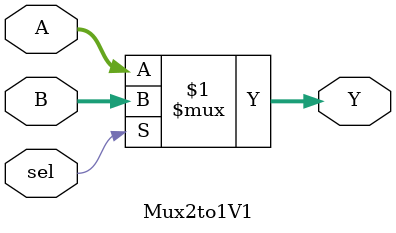
<source format=v>

module Mux2to1V1(output [3:0] Y, input [3:0] A, B, input sel);
  assign Y = (sel) ? B : A;
endmodule

</source>
